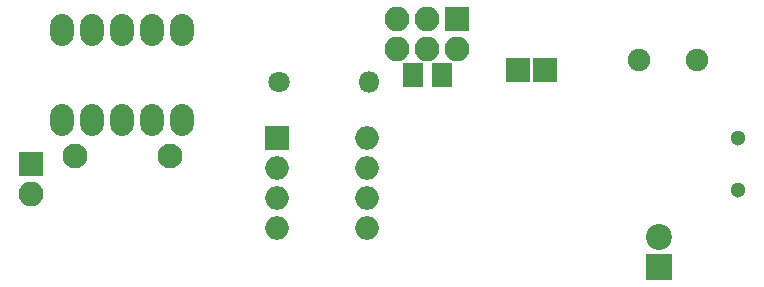
<source format=gbs>
G04 #@! TF.FileFunction,Soldermask,Bot*
%FSLAX46Y46*%
G04 Gerber Fmt 4.6, Leading zero omitted, Abs format (unit mm)*
G04 Created by KiCad (PCBNEW 4.0.7-e2-6376~58~ubuntu14.04.1) date Mon Mar 25 04:59:34 2019*
%MOMM*%
%LPD*%
G01*
G04 APERTURE LIST*
%ADD10C,0.100000*%
%ADD11R,2.000000X2.000000*%
%ADD12O,2.000000X2.000000*%
%ADD13O,2.000000X2.700000*%
%ADD14C,1.900000*%
%ADD15C,1.300000*%
%ADD16C,1.800000*%
%ADD17O,1.800000X1.800000*%
%ADD18R,2.100000X2.100000*%
%ADD19O,2.100000X2.100000*%
%ADD20R,1.800000X2.100000*%
%ADD21R,2.200000X2.200000*%
%ADD22C,2.200000*%
%ADD23C,2.100000*%
G04 APERTURE END LIST*
D10*
D11*
X173900000Y-95800000D03*
D12*
X181520000Y-103420000D03*
X173900000Y-98340000D03*
X181520000Y-100880000D03*
X173900000Y-100880000D03*
X181520000Y-98340000D03*
X173900000Y-103420000D03*
X181520000Y-95800000D03*
D13*
X165800000Y-86600000D03*
X163260000Y-86600000D03*
X160720000Y-86600000D03*
X158180000Y-86600000D03*
X155640000Y-86600000D03*
X155640000Y-94220000D03*
X158180000Y-94220000D03*
X160720000Y-94220000D03*
X163260000Y-94220000D03*
X165800000Y-94220000D03*
D11*
X196550000Y-90000000D03*
X194250000Y-90000000D03*
D14*
X209400000Y-89200000D03*
X204520000Y-89200000D03*
D15*
X212900000Y-100200000D03*
X212900000Y-95800000D03*
D16*
X174000000Y-91000000D03*
D17*
X181620000Y-91000000D03*
D18*
X189100000Y-85700000D03*
D19*
X189100000Y-88240000D03*
X186560000Y-85700000D03*
X186560000Y-88240000D03*
X184020000Y-85700000D03*
X184020000Y-88240000D03*
D20*
X187800000Y-90400000D03*
X185400000Y-90400000D03*
D18*
X153000000Y-98000000D03*
D19*
X153000000Y-100540000D03*
D21*
X206200000Y-106700000D03*
D22*
X206200000Y-104160000D03*
D23*
X156800000Y-97300000D03*
X164800000Y-97300000D03*
M02*

</source>
